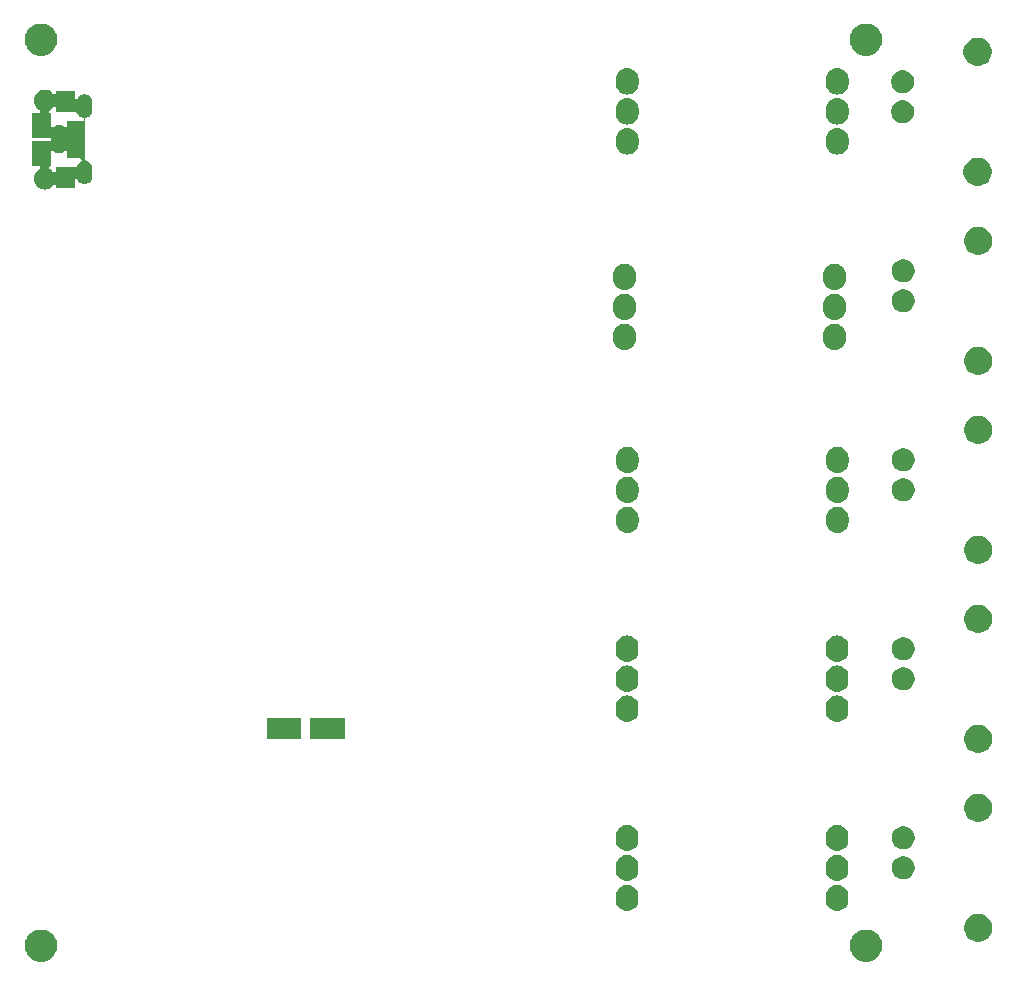
<source format=gbr>
G04 #@! TF.GenerationSoftware,KiCad,Pcbnew,(5.0.0)*
G04 #@! TF.CreationDate,2018-12-13T17:11:31-06:00*
G04 #@! TF.ProjectId,fk-atlas,666B2D61746C61732E6B696361645F70,rev?*
G04 #@! TF.SameCoordinates,Original*
G04 #@! TF.FileFunction,Soldermask,Bot*
G04 #@! TF.FilePolarity,Negative*
%FSLAX46Y46*%
G04 Gerber Fmt 4.6, Leading zero omitted, Abs format (unit mm)*
G04 Created by KiCad (PCBNEW (5.0.0)) date 12/13/18 17:11:31*
%MOMM*%
%LPD*%
G01*
G04 APERTURE LIST*
%ADD10C,0.100000*%
G04 APERTURE END LIST*
D10*
G36*
X187724614Y-134572648D02*
X187973937Y-134675921D01*
X188198327Y-134825853D01*
X188389147Y-135016673D01*
X188539079Y-135241063D01*
X188642352Y-135490386D01*
X188695000Y-135755065D01*
X188695000Y-136024935D01*
X188642352Y-136289614D01*
X188539079Y-136538937D01*
X188389147Y-136763327D01*
X188198327Y-136954147D01*
X187973937Y-137104079D01*
X187724614Y-137207352D01*
X187459935Y-137260000D01*
X187190065Y-137260000D01*
X186925386Y-137207352D01*
X186676063Y-137104079D01*
X186451673Y-136954147D01*
X186260853Y-136763327D01*
X186110921Y-136538937D01*
X186007648Y-136289614D01*
X185955000Y-136024935D01*
X185955000Y-135755065D01*
X186007648Y-135490386D01*
X186110921Y-135241063D01*
X186260853Y-135016673D01*
X186451673Y-134825853D01*
X186676063Y-134675921D01*
X186925386Y-134572648D01*
X187190065Y-134520000D01*
X187459935Y-134520000D01*
X187724614Y-134572648D01*
X187724614Y-134572648D01*
G37*
G36*
X117874614Y-134572648D02*
X118123937Y-134675921D01*
X118348327Y-134825853D01*
X118539147Y-135016673D01*
X118689079Y-135241063D01*
X118792352Y-135490386D01*
X118845000Y-135755065D01*
X118845000Y-136024935D01*
X118792352Y-136289614D01*
X118689079Y-136538937D01*
X118539147Y-136763327D01*
X118348327Y-136954147D01*
X118123937Y-137104079D01*
X117874614Y-137207352D01*
X117609935Y-137260000D01*
X117340065Y-137260000D01*
X117075386Y-137207352D01*
X116826063Y-137104079D01*
X116601673Y-136954147D01*
X116410853Y-136763327D01*
X116260921Y-136538937D01*
X116157648Y-136289614D01*
X116105000Y-136024935D01*
X116105000Y-135755065D01*
X116157648Y-135490386D01*
X116260921Y-135241063D01*
X116410853Y-135016673D01*
X116601673Y-134825853D01*
X116826063Y-134675921D01*
X117075386Y-134572648D01*
X117340065Y-134520000D01*
X117609935Y-134520000D01*
X117874614Y-134572648D01*
X117874614Y-134572648D01*
G37*
G36*
X197184026Y-133212115D02*
X197402412Y-133302573D01*
X197598958Y-133433901D01*
X197766099Y-133601042D01*
X197897427Y-133797588D01*
X197987885Y-134015974D01*
X198034000Y-134247809D01*
X198034000Y-134484191D01*
X197987885Y-134716026D01*
X197897427Y-134934412D01*
X197766099Y-135130958D01*
X197598958Y-135298099D01*
X197402412Y-135429427D01*
X197184026Y-135519885D01*
X196952191Y-135566000D01*
X196715809Y-135566000D01*
X196483974Y-135519885D01*
X196265588Y-135429427D01*
X196069042Y-135298099D01*
X195901901Y-135130958D01*
X195770573Y-134934412D01*
X195680115Y-134716026D01*
X195634000Y-134484191D01*
X195634000Y-134247809D01*
X195680115Y-134015974D01*
X195770573Y-133797588D01*
X195901901Y-133601042D01*
X196069042Y-133433901D01*
X196265588Y-133302573D01*
X196483974Y-133212115D01*
X196715809Y-133166000D01*
X196952191Y-133166000D01*
X197184026Y-133212115D01*
X197184026Y-133212115D01*
G37*
G36*
X167284019Y-130731930D02*
X167465657Y-130787030D01*
X167633058Y-130876507D01*
X167779785Y-130996923D01*
X167900199Y-131143648D01*
X167989678Y-131311052D01*
X168044778Y-131492688D01*
X168058720Y-131634250D01*
X168058720Y-132033725D01*
X168044778Y-132175287D01*
X167989678Y-132356925D01*
X167900201Y-132524326D01*
X167779785Y-132671053D01*
X167633060Y-132791467D01*
X167465656Y-132880946D01*
X167284020Y-132936046D01*
X167095120Y-132954650D01*
X166906221Y-132936046D01*
X166724585Y-132880946D01*
X166557181Y-132791467D01*
X166410456Y-132671053D01*
X166290041Y-132524327D01*
X166200562Y-132356924D01*
X166145462Y-132175288D01*
X166131520Y-132033726D01*
X166131520Y-131634251D01*
X166145462Y-131492689D01*
X166200562Y-131311051D01*
X166290039Y-131143650D01*
X166410455Y-130996923D01*
X166557180Y-130876509D01*
X166724584Y-130787030D01*
X166906220Y-130731930D01*
X167095120Y-130713326D01*
X167284019Y-130731930D01*
X167284019Y-130731930D01*
G37*
G36*
X185064019Y-130731930D02*
X185245657Y-130787030D01*
X185413058Y-130876507D01*
X185559785Y-130996923D01*
X185680199Y-131143648D01*
X185769678Y-131311052D01*
X185824778Y-131492688D01*
X185838720Y-131634250D01*
X185838720Y-132033725D01*
X185824778Y-132175287D01*
X185769678Y-132356925D01*
X185680201Y-132524326D01*
X185559785Y-132671053D01*
X185413060Y-132791467D01*
X185245656Y-132880946D01*
X185064020Y-132936046D01*
X184875120Y-132954650D01*
X184686221Y-132936046D01*
X184504585Y-132880946D01*
X184337181Y-132791467D01*
X184190456Y-132671053D01*
X184070041Y-132524327D01*
X183980562Y-132356924D01*
X183925462Y-132175288D01*
X183911520Y-132033726D01*
X183911520Y-131634251D01*
X183925462Y-131492689D01*
X183980562Y-131311051D01*
X184070039Y-131143650D01*
X184190455Y-130996923D01*
X184337180Y-130876509D01*
X184504584Y-130787030D01*
X184686220Y-130731930D01*
X184875120Y-130713326D01*
X185064019Y-130731930D01*
X185064019Y-130731930D01*
G37*
G36*
X185064019Y-128191930D02*
X185245657Y-128247030D01*
X185413058Y-128336507D01*
X185559785Y-128456923D01*
X185680199Y-128603648D01*
X185769678Y-128771052D01*
X185824778Y-128952688D01*
X185838720Y-129094250D01*
X185838720Y-129493725D01*
X185824778Y-129635287D01*
X185769678Y-129816925D01*
X185680201Y-129984326D01*
X185559785Y-130131053D01*
X185413060Y-130251467D01*
X185245656Y-130340946D01*
X185064020Y-130396046D01*
X184875120Y-130414650D01*
X184686221Y-130396046D01*
X184504585Y-130340946D01*
X184337181Y-130251467D01*
X184190456Y-130131053D01*
X184070041Y-129984327D01*
X184025106Y-129900259D01*
X183980563Y-129816926D01*
X183980562Y-129816924D01*
X183925462Y-129635288D01*
X183911520Y-129493726D01*
X183911520Y-129094251D01*
X183925462Y-128952689D01*
X183980562Y-128771051D01*
X184070039Y-128603650D01*
X184190455Y-128456923D01*
X184337180Y-128336509D01*
X184504584Y-128247030D01*
X184686220Y-128191930D01*
X184875120Y-128173326D01*
X185064019Y-128191930D01*
X185064019Y-128191930D01*
G37*
G36*
X167284019Y-128191930D02*
X167465657Y-128247030D01*
X167633058Y-128336507D01*
X167779785Y-128456923D01*
X167900199Y-128603648D01*
X167989678Y-128771052D01*
X168044778Y-128952688D01*
X168058720Y-129094250D01*
X168058720Y-129493725D01*
X168044778Y-129635287D01*
X167989678Y-129816925D01*
X167900201Y-129984326D01*
X167779785Y-130131053D01*
X167633060Y-130251467D01*
X167465656Y-130340946D01*
X167284020Y-130396046D01*
X167095120Y-130414650D01*
X166906221Y-130396046D01*
X166724585Y-130340946D01*
X166557181Y-130251467D01*
X166410456Y-130131053D01*
X166290041Y-129984327D01*
X166245106Y-129900259D01*
X166200563Y-129816926D01*
X166200562Y-129816924D01*
X166145462Y-129635288D01*
X166131520Y-129493726D01*
X166131520Y-129094251D01*
X166145462Y-128952689D01*
X166200562Y-128771051D01*
X166290039Y-128603650D01*
X166410455Y-128456923D01*
X166557180Y-128336509D01*
X166724584Y-128247030D01*
X166906220Y-128191930D01*
X167095120Y-128173326D01*
X167284019Y-128191930D01*
X167284019Y-128191930D01*
G37*
G36*
X190765072Y-128359431D02*
X190940435Y-128432068D01*
X191098262Y-128537525D01*
X191232475Y-128671738D01*
X191337932Y-128829565D01*
X191410569Y-129004928D01*
X191447600Y-129191094D01*
X191447600Y-129380906D01*
X191410569Y-129567072D01*
X191337932Y-129742435D01*
X191232475Y-129900262D01*
X191098262Y-130034475D01*
X190940435Y-130139932D01*
X190765072Y-130212569D01*
X190578906Y-130249600D01*
X190389094Y-130249600D01*
X190202928Y-130212569D01*
X190027565Y-130139932D01*
X189869738Y-130034475D01*
X189735525Y-129900262D01*
X189630068Y-129742435D01*
X189557431Y-129567072D01*
X189520400Y-129380906D01*
X189520400Y-129191094D01*
X189557431Y-129004928D01*
X189630068Y-128829565D01*
X189735525Y-128671738D01*
X189869738Y-128537525D01*
X190027565Y-128432068D01*
X190202928Y-128359431D01*
X190389094Y-128322400D01*
X190578906Y-128322400D01*
X190765072Y-128359431D01*
X190765072Y-128359431D01*
G37*
G36*
X185064019Y-125651930D02*
X185245657Y-125707030D01*
X185413058Y-125796507D01*
X185559785Y-125916923D01*
X185680199Y-126063648D01*
X185769678Y-126231052D01*
X185824778Y-126412688D01*
X185838720Y-126554250D01*
X185838720Y-126953725D01*
X185824778Y-127095287D01*
X185769678Y-127276925D01*
X185680201Y-127444326D01*
X185559785Y-127591053D01*
X185413060Y-127711467D01*
X185245656Y-127800946D01*
X185064020Y-127856046D01*
X184875120Y-127874650D01*
X184686221Y-127856046D01*
X184504585Y-127800946D01*
X184337181Y-127711467D01*
X184190456Y-127591053D01*
X184070041Y-127444327D01*
X184025106Y-127360259D01*
X183980563Y-127276926D01*
X183980562Y-127276924D01*
X183925462Y-127095288D01*
X183911520Y-126953726D01*
X183911520Y-126554251D01*
X183925462Y-126412689D01*
X183980562Y-126231051D01*
X184070039Y-126063650D01*
X184190455Y-125916923D01*
X184337180Y-125796509D01*
X184504584Y-125707030D01*
X184686220Y-125651930D01*
X184875120Y-125633326D01*
X185064019Y-125651930D01*
X185064019Y-125651930D01*
G37*
G36*
X167284019Y-125651930D02*
X167465657Y-125707030D01*
X167633058Y-125796507D01*
X167779785Y-125916923D01*
X167900199Y-126063648D01*
X167989678Y-126231052D01*
X168044778Y-126412688D01*
X168058720Y-126554250D01*
X168058720Y-126953725D01*
X168044778Y-127095287D01*
X167989678Y-127276925D01*
X167900201Y-127444326D01*
X167779785Y-127591053D01*
X167633060Y-127711467D01*
X167465656Y-127800946D01*
X167284020Y-127856046D01*
X167095120Y-127874650D01*
X166906221Y-127856046D01*
X166724585Y-127800946D01*
X166557181Y-127711467D01*
X166410456Y-127591053D01*
X166290041Y-127444327D01*
X166245106Y-127360259D01*
X166200563Y-127276926D01*
X166200562Y-127276924D01*
X166145462Y-127095288D01*
X166131520Y-126953726D01*
X166131520Y-126554251D01*
X166145462Y-126412689D01*
X166200562Y-126231051D01*
X166290039Y-126063650D01*
X166410455Y-125916923D01*
X166557180Y-125796509D01*
X166724584Y-125707030D01*
X166906220Y-125651930D01*
X167095120Y-125633326D01*
X167284019Y-125651930D01*
X167284019Y-125651930D01*
G37*
G36*
X190765072Y-125819431D02*
X190940435Y-125892068D01*
X191098262Y-125997525D01*
X191232475Y-126131738D01*
X191337932Y-126289565D01*
X191410569Y-126464928D01*
X191447600Y-126651094D01*
X191447600Y-126840906D01*
X191410569Y-127027072D01*
X191337932Y-127202435D01*
X191232475Y-127360262D01*
X191098262Y-127494475D01*
X190940435Y-127599932D01*
X190765072Y-127672569D01*
X190578906Y-127709600D01*
X190389094Y-127709600D01*
X190202928Y-127672569D01*
X190027565Y-127599932D01*
X189869738Y-127494475D01*
X189735525Y-127360262D01*
X189630068Y-127202435D01*
X189557431Y-127027072D01*
X189520400Y-126840906D01*
X189520400Y-126651094D01*
X189557431Y-126464928D01*
X189630068Y-126289565D01*
X189735525Y-126131738D01*
X189869738Y-125997525D01*
X190027565Y-125892068D01*
X190202928Y-125819431D01*
X190389094Y-125782400D01*
X190578906Y-125782400D01*
X190765072Y-125819431D01*
X190765072Y-125819431D01*
G37*
G36*
X197184026Y-123052115D02*
X197402412Y-123142573D01*
X197598958Y-123273901D01*
X197766099Y-123441042D01*
X197897427Y-123637588D01*
X197987885Y-123855974D01*
X198034000Y-124087809D01*
X198034000Y-124324191D01*
X197987885Y-124556026D01*
X197897427Y-124774412D01*
X197766099Y-124970958D01*
X197598958Y-125138099D01*
X197402412Y-125269427D01*
X197184026Y-125359885D01*
X196952191Y-125406000D01*
X196715809Y-125406000D01*
X196483974Y-125359885D01*
X196265588Y-125269427D01*
X196069042Y-125138099D01*
X195901901Y-124970958D01*
X195770573Y-124774412D01*
X195680115Y-124556026D01*
X195634000Y-124324191D01*
X195634000Y-124087809D01*
X195680115Y-123855974D01*
X195770573Y-123637588D01*
X195901901Y-123441042D01*
X196069042Y-123273901D01*
X196265588Y-123142573D01*
X196483974Y-123052115D01*
X196715809Y-123006000D01*
X196952191Y-123006000D01*
X197184026Y-123052115D01*
X197184026Y-123052115D01*
G37*
G36*
X197184026Y-117210115D02*
X197402412Y-117300573D01*
X197598958Y-117431901D01*
X197766099Y-117599042D01*
X197897427Y-117795588D01*
X197987885Y-118013974D01*
X198034000Y-118245809D01*
X198034000Y-118482191D01*
X197987885Y-118714026D01*
X197897427Y-118932412D01*
X197766099Y-119128958D01*
X197598958Y-119296099D01*
X197402412Y-119427427D01*
X197184026Y-119517885D01*
X196952191Y-119564000D01*
X196715809Y-119564000D01*
X196483974Y-119517885D01*
X196265588Y-119427427D01*
X196069042Y-119296099D01*
X195901901Y-119128958D01*
X195770573Y-118932412D01*
X195680115Y-118714026D01*
X195634000Y-118482191D01*
X195634000Y-118245809D01*
X195680115Y-118013974D01*
X195770573Y-117795588D01*
X195901901Y-117599042D01*
X196069042Y-117431901D01*
X196265588Y-117300573D01*
X196483974Y-117210115D01*
X196715809Y-117164000D01*
X196952191Y-117164000D01*
X197184026Y-117210115D01*
X197184026Y-117210115D01*
G37*
G36*
X143178200Y-118375100D02*
X140285800Y-118375100D01*
X140285800Y-116574900D01*
X143178200Y-116574900D01*
X143178200Y-118375100D01*
X143178200Y-118375100D01*
G37*
G36*
X139495200Y-118375100D02*
X136602800Y-118375100D01*
X136602800Y-116574900D01*
X139495200Y-116574900D01*
X139495200Y-118375100D01*
X139495200Y-118375100D01*
G37*
G36*
X167284019Y-114714430D02*
X167465657Y-114769530D01*
X167633058Y-114859007D01*
X167779785Y-114979423D01*
X167900199Y-115126148D01*
X167989678Y-115293552D01*
X168044778Y-115475188D01*
X168058720Y-115616750D01*
X168058720Y-116016225D01*
X168044778Y-116157787D01*
X167989678Y-116339425D01*
X167900201Y-116506826D01*
X167779785Y-116653553D01*
X167633060Y-116773967D01*
X167465656Y-116863446D01*
X167284020Y-116918546D01*
X167095120Y-116937150D01*
X166906221Y-116918546D01*
X166724585Y-116863446D01*
X166557181Y-116773967D01*
X166410456Y-116653553D01*
X166290041Y-116506827D01*
X166200562Y-116339424D01*
X166145462Y-116157788D01*
X166131520Y-116016226D01*
X166131520Y-115616751D01*
X166145462Y-115475189D01*
X166200562Y-115293551D01*
X166290039Y-115126150D01*
X166410455Y-114979423D01*
X166557180Y-114859009D01*
X166724584Y-114769530D01*
X166906220Y-114714430D01*
X167095120Y-114695826D01*
X167284019Y-114714430D01*
X167284019Y-114714430D01*
G37*
G36*
X185064019Y-114714430D02*
X185245657Y-114769530D01*
X185413058Y-114859007D01*
X185559785Y-114979423D01*
X185680199Y-115126148D01*
X185769678Y-115293552D01*
X185824778Y-115475188D01*
X185838720Y-115616750D01*
X185838720Y-116016225D01*
X185824778Y-116157787D01*
X185769678Y-116339425D01*
X185680201Y-116506826D01*
X185559785Y-116653553D01*
X185413060Y-116773967D01*
X185245656Y-116863446D01*
X185064020Y-116918546D01*
X184875120Y-116937150D01*
X184686221Y-116918546D01*
X184504585Y-116863446D01*
X184337181Y-116773967D01*
X184190456Y-116653553D01*
X184070041Y-116506827D01*
X183980562Y-116339424D01*
X183925462Y-116157788D01*
X183911520Y-116016226D01*
X183911520Y-115616751D01*
X183925462Y-115475189D01*
X183980562Y-115293551D01*
X184070039Y-115126150D01*
X184190455Y-114979423D01*
X184337180Y-114859009D01*
X184504584Y-114769530D01*
X184686220Y-114714430D01*
X184875120Y-114695826D01*
X185064019Y-114714430D01*
X185064019Y-114714430D01*
G37*
G36*
X185064019Y-112174430D02*
X185245657Y-112229530D01*
X185413058Y-112319007D01*
X185559785Y-112439423D01*
X185680199Y-112586148D01*
X185769678Y-112753552D01*
X185824778Y-112935188D01*
X185838720Y-113076750D01*
X185838720Y-113476225D01*
X185824778Y-113617787D01*
X185769678Y-113799425D01*
X185680201Y-113966826D01*
X185559785Y-114113553D01*
X185413060Y-114233967D01*
X185245656Y-114323446D01*
X185064020Y-114378546D01*
X184875120Y-114397150D01*
X184686221Y-114378546D01*
X184504585Y-114323446D01*
X184337181Y-114233967D01*
X184190456Y-114113553D01*
X184070041Y-113966827D01*
X184033391Y-113898259D01*
X183980563Y-113799426D01*
X183962668Y-113740436D01*
X183925462Y-113617788D01*
X183911520Y-113476226D01*
X183911520Y-113076751D01*
X183925462Y-112935189D01*
X183980562Y-112753551D01*
X184070039Y-112586150D01*
X184190455Y-112439423D01*
X184337180Y-112319009D01*
X184504584Y-112229530D01*
X184686220Y-112174430D01*
X184875120Y-112155826D01*
X185064019Y-112174430D01*
X185064019Y-112174430D01*
G37*
G36*
X167284019Y-112174430D02*
X167465657Y-112229530D01*
X167633058Y-112319007D01*
X167779785Y-112439423D01*
X167900199Y-112586148D01*
X167989678Y-112753552D01*
X168044778Y-112935188D01*
X168058720Y-113076750D01*
X168058720Y-113476225D01*
X168044778Y-113617787D01*
X167989678Y-113799425D01*
X167900201Y-113966826D01*
X167779785Y-114113553D01*
X167633060Y-114233967D01*
X167465656Y-114323446D01*
X167284020Y-114378546D01*
X167095120Y-114397150D01*
X166906221Y-114378546D01*
X166724585Y-114323446D01*
X166557181Y-114233967D01*
X166410456Y-114113553D01*
X166290041Y-113966827D01*
X166253391Y-113898259D01*
X166200563Y-113799426D01*
X166182668Y-113740436D01*
X166145462Y-113617788D01*
X166131520Y-113476226D01*
X166131520Y-113076751D01*
X166145462Y-112935189D01*
X166200562Y-112753551D01*
X166290039Y-112586150D01*
X166410455Y-112439423D01*
X166557180Y-112319009D01*
X166724584Y-112229530D01*
X166906220Y-112174430D01*
X167095120Y-112155826D01*
X167284019Y-112174430D01*
X167284019Y-112174430D01*
G37*
G36*
X190765072Y-112357431D02*
X190940435Y-112430068D01*
X191098262Y-112535525D01*
X191232475Y-112669738D01*
X191337932Y-112827565D01*
X191410569Y-113002928D01*
X191447600Y-113189094D01*
X191447600Y-113378906D01*
X191410569Y-113565072D01*
X191337932Y-113740435D01*
X191232475Y-113898262D01*
X191098262Y-114032475D01*
X190940435Y-114137932D01*
X190765072Y-114210569D01*
X190578906Y-114247600D01*
X190389094Y-114247600D01*
X190202928Y-114210569D01*
X190027565Y-114137932D01*
X189869738Y-114032475D01*
X189735525Y-113898262D01*
X189630068Y-113740435D01*
X189557431Y-113565072D01*
X189520400Y-113378906D01*
X189520400Y-113189094D01*
X189557431Y-113002928D01*
X189630068Y-112827565D01*
X189735525Y-112669738D01*
X189869738Y-112535525D01*
X190027565Y-112430068D01*
X190202928Y-112357431D01*
X190389094Y-112320400D01*
X190578906Y-112320400D01*
X190765072Y-112357431D01*
X190765072Y-112357431D01*
G37*
G36*
X167284019Y-109634430D02*
X167465657Y-109689530D01*
X167633058Y-109779007D01*
X167779785Y-109899423D01*
X167900199Y-110046148D01*
X167989678Y-110213552D01*
X168044778Y-110395188D01*
X168058720Y-110536750D01*
X168058720Y-110936225D01*
X168044778Y-111077787D01*
X167989678Y-111259425D01*
X167900201Y-111426826D01*
X167779785Y-111573553D01*
X167633060Y-111693967D01*
X167465656Y-111783446D01*
X167284020Y-111838546D01*
X167095120Y-111857150D01*
X166906221Y-111838546D01*
X166724585Y-111783446D01*
X166557181Y-111693967D01*
X166410456Y-111573553D01*
X166290041Y-111426827D01*
X166253391Y-111358259D01*
X166200563Y-111259426D01*
X166182668Y-111200436D01*
X166145462Y-111077788D01*
X166131520Y-110936226D01*
X166131520Y-110536751D01*
X166145462Y-110395189D01*
X166200562Y-110213551D01*
X166290039Y-110046150D01*
X166410455Y-109899423D01*
X166557180Y-109779009D01*
X166724584Y-109689530D01*
X166906220Y-109634430D01*
X167095120Y-109615826D01*
X167284019Y-109634430D01*
X167284019Y-109634430D01*
G37*
G36*
X185064019Y-109634430D02*
X185245657Y-109689530D01*
X185413058Y-109779007D01*
X185559785Y-109899423D01*
X185680199Y-110046148D01*
X185769678Y-110213552D01*
X185824778Y-110395188D01*
X185838720Y-110536750D01*
X185838720Y-110936225D01*
X185824778Y-111077787D01*
X185769678Y-111259425D01*
X185680201Y-111426826D01*
X185559785Y-111573553D01*
X185413060Y-111693967D01*
X185245656Y-111783446D01*
X185064020Y-111838546D01*
X184875120Y-111857150D01*
X184686221Y-111838546D01*
X184504585Y-111783446D01*
X184337181Y-111693967D01*
X184190456Y-111573553D01*
X184070041Y-111426827D01*
X184033391Y-111358259D01*
X183980563Y-111259426D01*
X183962668Y-111200436D01*
X183925462Y-111077788D01*
X183911520Y-110936226D01*
X183911520Y-110536751D01*
X183925462Y-110395189D01*
X183980562Y-110213551D01*
X184070039Y-110046150D01*
X184190455Y-109899423D01*
X184337180Y-109779009D01*
X184504584Y-109689530D01*
X184686220Y-109634430D01*
X184875120Y-109615826D01*
X185064019Y-109634430D01*
X185064019Y-109634430D01*
G37*
G36*
X190765072Y-109817431D02*
X190940435Y-109890068D01*
X191098262Y-109995525D01*
X191232475Y-110129738D01*
X191337932Y-110287565D01*
X191410569Y-110462928D01*
X191447600Y-110649094D01*
X191447600Y-110838906D01*
X191410569Y-111025072D01*
X191337932Y-111200435D01*
X191232475Y-111358262D01*
X191098262Y-111492475D01*
X190940435Y-111597932D01*
X190765072Y-111670569D01*
X190578906Y-111707600D01*
X190389094Y-111707600D01*
X190202928Y-111670569D01*
X190027565Y-111597932D01*
X189869738Y-111492475D01*
X189735525Y-111358262D01*
X189630068Y-111200435D01*
X189557431Y-111025072D01*
X189520400Y-110838906D01*
X189520400Y-110649094D01*
X189557431Y-110462928D01*
X189630068Y-110287565D01*
X189735525Y-110129738D01*
X189869738Y-109995525D01*
X190027565Y-109890068D01*
X190202928Y-109817431D01*
X190389094Y-109780400D01*
X190578906Y-109780400D01*
X190765072Y-109817431D01*
X190765072Y-109817431D01*
G37*
G36*
X197184026Y-107050115D02*
X197402412Y-107140573D01*
X197598958Y-107271901D01*
X197766099Y-107439042D01*
X197897427Y-107635588D01*
X197987885Y-107853974D01*
X198034000Y-108085809D01*
X198034000Y-108322191D01*
X197987885Y-108554026D01*
X197897427Y-108772412D01*
X197766099Y-108968958D01*
X197598958Y-109136099D01*
X197402412Y-109267427D01*
X197184026Y-109357885D01*
X196952191Y-109404000D01*
X196715809Y-109404000D01*
X196483974Y-109357885D01*
X196265588Y-109267427D01*
X196069042Y-109136099D01*
X195901901Y-108968958D01*
X195770573Y-108772412D01*
X195680115Y-108554026D01*
X195634000Y-108322191D01*
X195634000Y-108085809D01*
X195680115Y-107853974D01*
X195770573Y-107635588D01*
X195901901Y-107439042D01*
X196069042Y-107271901D01*
X196265588Y-107140573D01*
X196483974Y-107050115D01*
X196715809Y-107004000D01*
X196952191Y-107004000D01*
X197184026Y-107050115D01*
X197184026Y-107050115D01*
G37*
G36*
X197184026Y-101204115D02*
X197402412Y-101294573D01*
X197598958Y-101425901D01*
X197766099Y-101593042D01*
X197897427Y-101789588D01*
X197987885Y-102007974D01*
X198034000Y-102239809D01*
X198034000Y-102476191D01*
X197987885Y-102708026D01*
X197897427Y-102926412D01*
X197766099Y-103122958D01*
X197598958Y-103290099D01*
X197402412Y-103421427D01*
X197184026Y-103511885D01*
X196952191Y-103558000D01*
X196715809Y-103558000D01*
X196483974Y-103511885D01*
X196265588Y-103421427D01*
X196069042Y-103290099D01*
X195901901Y-103122958D01*
X195770573Y-102926412D01*
X195680115Y-102708026D01*
X195634000Y-102476191D01*
X195634000Y-102239809D01*
X195680115Y-102007974D01*
X195770573Y-101789588D01*
X195901901Y-101593042D01*
X196069042Y-101425901D01*
X196265588Y-101294573D01*
X196483974Y-101204115D01*
X196715809Y-101158000D01*
X196952191Y-101158000D01*
X197184026Y-101204115D01*
X197184026Y-101204115D01*
G37*
G36*
X185069619Y-98727930D02*
X185251257Y-98783030D01*
X185418658Y-98872507D01*
X185565385Y-98992923D01*
X185685799Y-99139648D01*
X185775278Y-99307052D01*
X185830378Y-99488688D01*
X185844320Y-99630250D01*
X185844320Y-100029725D01*
X185830378Y-100171287D01*
X185775278Y-100352925D01*
X185685801Y-100520326D01*
X185565385Y-100667053D01*
X185418660Y-100787467D01*
X185251256Y-100876946D01*
X185069620Y-100932046D01*
X184880720Y-100950650D01*
X184691821Y-100932046D01*
X184510185Y-100876946D01*
X184342781Y-100787467D01*
X184196056Y-100667053D01*
X184075641Y-100520327D01*
X183986162Y-100352924D01*
X183931062Y-100171288D01*
X183917120Y-100029726D01*
X183917120Y-99630251D01*
X183931062Y-99488689D01*
X183986162Y-99307051D01*
X184075639Y-99139650D01*
X184196055Y-98992923D01*
X184342780Y-98872509D01*
X184510184Y-98783030D01*
X184691820Y-98727930D01*
X184880720Y-98709326D01*
X185069619Y-98727930D01*
X185069619Y-98727930D01*
G37*
G36*
X167289619Y-98727930D02*
X167471257Y-98783030D01*
X167638658Y-98872507D01*
X167785385Y-98992923D01*
X167905799Y-99139648D01*
X167995278Y-99307052D01*
X168050378Y-99488688D01*
X168064320Y-99630250D01*
X168064320Y-100029725D01*
X168050378Y-100171287D01*
X167995278Y-100352925D01*
X167905801Y-100520326D01*
X167785385Y-100667053D01*
X167638660Y-100787467D01*
X167471256Y-100876946D01*
X167289620Y-100932046D01*
X167100720Y-100950650D01*
X166911821Y-100932046D01*
X166730185Y-100876946D01*
X166562781Y-100787467D01*
X166416056Y-100667053D01*
X166295641Y-100520327D01*
X166206162Y-100352924D01*
X166151062Y-100171288D01*
X166137120Y-100029726D01*
X166137120Y-99630251D01*
X166151062Y-99488689D01*
X166206162Y-99307051D01*
X166295639Y-99139650D01*
X166416055Y-98992923D01*
X166562780Y-98872509D01*
X166730184Y-98783030D01*
X166911820Y-98727930D01*
X167100720Y-98709326D01*
X167289619Y-98727930D01*
X167289619Y-98727930D01*
G37*
G36*
X167289619Y-96187930D02*
X167471257Y-96243030D01*
X167638658Y-96332507D01*
X167785385Y-96452923D01*
X167905799Y-96599648D01*
X167995278Y-96767052D01*
X168050378Y-96948688D01*
X168064320Y-97090250D01*
X168064320Y-97489725D01*
X168050378Y-97631287D01*
X167995278Y-97812925D01*
X167905801Y-97980326D01*
X167785385Y-98127053D01*
X167638660Y-98247467D01*
X167471256Y-98336946D01*
X167289620Y-98392046D01*
X167100720Y-98410650D01*
X166911821Y-98392046D01*
X166730185Y-98336946D01*
X166562781Y-98247467D01*
X166416056Y-98127053D01*
X166295641Y-97980327D01*
X166248568Y-97892259D01*
X166206163Y-97812926D01*
X166206162Y-97812924D01*
X166151062Y-97631288D01*
X166137120Y-97489726D01*
X166137120Y-97090251D01*
X166151062Y-96948689D01*
X166206162Y-96767051D01*
X166295639Y-96599650D01*
X166416055Y-96452923D01*
X166562780Y-96332509D01*
X166730184Y-96243030D01*
X166911820Y-96187930D01*
X167100720Y-96169326D01*
X167289619Y-96187930D01*
X167289619Y-96187930D01*
G37*
G36*
X185069619Y-96187930D02*
X185251257Y-96243030D01*
X185418658Y-96332507D01*
X185565385Y-96452923D01*
X185685799Y-96599648D01*
X185775278Y-96767052D01*
X185830378Y-96948688D01*
X185844320Y-97090250D01*
X185844320Y-97489725D01*
X185830378Y-97631287D01*
X185775278Y-97812925D01*
X185685801Y-97980326D01*
X185565385Y-98127053D01*
X185418660Y-98247467D01*
X185251256Y-98336946D01*
X185069620Y-98392046D01*
X184880720Y-98410650D01*
X184691821Y-98392046D01*
X184510185Y-98336946D01*
X184342781Y-98247467D01*
X184196056Y-98127053D01*
X184075641Y-97980327D01*
X184028568Y-97892259D01*
X183986163Y-97812926D01*
X183986162Y-97812924D01*
X183931062Y-97631288D01*
X183917120Y-97489726D01*
X183917120Y-97090251D01*
X183931062Y-96948689D01*
X183986162Y-96767051D01*
X184075639Y-96599650D01*
X184196055Y-96452923D01*
X184342780Y-96332509D01*
X184510184Y-96243030D01*
X184691820Y-96187930D01*
X184880720Y-96169326D01*
X185069619Y-96187930D01*
X185069619Y-96187930D01*
G37*
G36*
X190765072Y-96351431D02*
X190940435Y-96424068D01*
X191098262Y-96529525D01*
X191232475Y-96663738D01*
X191337932Y-96821565D01*
X191410569Y-96996928D01*
X191447600Y-97183094D01*
X191447600Y-97372906D01*
X191410569Y-97559072D01*
X191337932Y-97734435D01*
X191232475Y-97892262D01*
X191098262Y-98026475D01*
X190940435Y-98131932D01*
X190765072Y-98204569D01*
X190578906Y-98241600D01*
X190389094Y-98241600D01*
X190202928Y-98204569D01*
X190027565Y-98131932D01*
X189869738Y-98026475D01*
X189735525Y-97892262D01*
X189630068Y-97734435D01*
X189557431Y-97559072D01*
X189520400Y-97372906D01*
X189520400Y-97183094D01*
X189557431Y-96996928D01*
X189630068Y-96821565D01*
X189735525Y-96663738D01*
X189869738Y-96529525D01*
X190027565Y-96424068D01*
X190202928Y-96351431D01*
X190389094Y-96314400D01*
X190578906Y-96314400D01*
X190765072Y-96351431D01*
X190765072Y-96351431D01*
G37*
G36*
X185069619Y-93647930D02*
X185251257Y-93703030D01*
X185418658Y-93792507D01*
X185565385Y-93912923D01*
X185685799Y-94059648D01*
X185775278Y-94227052D01*
X185830378Y-94408688D01*
X185844320Y-94550250D01*
X185844320Y-94949725D01*
X185830378Y-95091287D01*
X185775278Y-95272925D01*
X185685801Y-95440326D01*
X185565385Y-95587053D01*
X185418660Y-95707467D01*
X185251256Y-95796946D01*
X185069620Y-95852046D01*
X184880720Y-95870650D01*
X184691821Y-95852046D01*
X184510185Y-95796946D01*
X184342781Y-95707467D01*
X184196056Y-95587053D01*
X184075641Y-95440327D01*
X184028568Y-95352259D01*
X183986163Y-95272926D01*
X183986162Y-95272924D01*
X183931062Y-95091288D01*
X183917120Y-94949726D01*
X183917120Y-94550251D01*
X183931062Y-94408689D01*
X183986162Y-94227051D01*
X184075639Y-94059650D01*
X184196055Y-93912923D01*
X184342780Y-93792509D01*
X184510184Y-93703030D01*
X184691820Y-93647930D01*
X184880720Y-93629326D01*
X185069619Y-93647930D01*
X185069619Y-93647930D01*
G37*
G36*
X167289619Y-93647930D02*
X167471257Y-93703030D01*
X167638658Y-93792507D01*
X167785385Y-93912923D01*
X167905799Y-94059648D01*
X167995278Y-94227052D01*
X168050378Y-94408688D01*
X168064320Y-94550250D01*
X168064320Y-94949725D01*
X168050378Y-95091287D01*
X167995278Y-95272925D01*
X167905801Y-95440326D01*
X167785385Y-95587053D01*
X167638660Y-95707467D01*
X167471256Y-95796946D01*
X167289620Y-95852046D01*
X167100720Y-95870650D01*
X166911821Y-95852046D01*
X166730185Y-95796946D01*
X166562781Y-95707467D01*
X166416056Y-95587053D01*
X166295641Y-95440327D01*
X166248568Y-95352259D01*
X166206163Y-95272926D01*
X166206162Y-95272924D01*
X166151062Y-95091288D01*
X166137120Y-94949726D01*
X166137120Y-94550251D01*
X166151062Y-94408689D01*
X166206162Y-94227051D01*
X166295639Y-94059650D01*
X166416055Y-93912923D01*
X166562780Y-93792509D01*
X166730184Y-93703030D01*
X166911820Y-93647930D01*
X167100720Y-93629326D01*
X167289619Y-93647930D01*
X167289619Y-93647930D01*
G37*
G36*
X190765072Y-93811431D02*
X190940435Y-93884068D01*
X191098262Y-93989525D01*
X191232475Y-94123738D01*
X191337932Y-94281565D01*
X191410569Y-94456928D01*
X191447600Y-94643094D01*
X191447600Y-94832906D01*
X191410569Y-95019072D01*
X191337932Y-95194435D01*
X191232475Y-95352262D01*
X191098262Y-95486475D01*
X190940435Y-95591932D01*
X190765072Y-95664569D01*
X190578906Y-95701600D01*
X190389094Y-95701600D01*
X190202928Y-95664569D01*
X190027565Y-95591932D01*
X189869738Y-95486475D01*
X189735525Y-95352262D01*
X189630068Y-95194435D01*
X189557431Y-95019072D01*
X189520400Y-94832906D01*
X189520400Y-94643094D01*
X189557431Y-94456928D01*
X189630068Y-94281565D01*
X189735525Y-94123738D01*
X189869738Y-93989525D01*
X190027565Y-93884068D01*
X190202928Y-93811431D01*
X190389094Y-93774400D01*
X190578906Y-93774400D01*
X190765072Y-93811431D01*
X190765072Y-93811431D01*
G37*
G36*
X197184026Y-91044115D02*
X197402412Y-91134573D01*
X197598958Y-91265901D01*
X197766099Y-91433042D01*
X197897427Y-91629588D01*
X197987885Y-91847974D01*
X198034000Y-92079809D01*
X198034000Y-92316191D01*
X197987885Y-92548026D01*
X197897427Y-92766412D01*
X197766099Y-92962958D01*
X197598958Y-93130099D01*
X197402412Y-93261427D01*
X197184026Y-93351885D01*
X196952191Y-93398000D01*
X196715809Y-93398000D01*
X196483974Y-93351885D01*
X196265588Y-93261427D01*
X196069042Y-93130099D01*
X195901901Y-92962958D01*
X195770573Y-92766412D01*
X195680115Y-92548026D01*
X195634000Y-92316191D01*
X195634000Y-92079809D01*
X195680115Y-91847974D01*
X195770573Y-91629588D01*
X195901901Y-91433042D01*
X196069042Y-91265901D01*
X196265588Y-91134573D01*
X196483974Y-91044115D01*
X196715809Y-90998000D01*
X196952191Y-90998000D01*
X197184026Y-91044115D01*
X197184026Y-91044115D01*
G37*
G36*
X197184026Y-85206115D02*
X197402412Y-85296573D01*
X197598958Y-85427901D01*
X197766099Y-85595042D01*
X197897427Y-85791588D01*
X197987885Y-86009974D01*
X198034000Y-86241809D01*
X198034000Y-86478191D01*
X197987885Y-86710026D01*
X197897427Y-86928412D01*
X197766099Y-87124958D01*
X197598958Y-87292099D01*
X197402412Y-87423427D01*
X197184026Y-87513885D01*
X196952191Y-87560000D01*
X196715809Y-87560000D01*
X196483974Y-87513885D01*
X196265588Y-87423427D01*
X196069042Y-87292099D01*
X195901901Y-87124958D01*
X195770573Y-86928412D01*
X195680115Y-86710026D01*
X195634000Y-86478191D01*
X195634000Y-86241809D01*
X195680115Y-86009974D01*
X195770573Y-85791588D01*
X195901901Y-85595042D01*
X196069042Y-85427901D01*
X196265588Y-85296573D01*
X196483974Y-85206115D01*
X196715809Y-85160000D01*
X196952191Y-85160000D01*
X197184026Y-85206115D01*
X197184026Y-85206115D01*
G37*
G36*
X167061019Y-83233930D02*
X167242657Y-83289030D01*
X167410058Y-83378507D01*
X167556785Y-83498923D01*
X167677199Y-83645648D01*
X167766678Y-83813052D01*
X167821778Y-83994688D01*
X167835720Y-84136250D01*
X167835720Y-84535725D01*
X167821778Y-84677287D01*
X167766678Y-84858925D01*
X167677201Y-85026326D01*
X167556785Y-85173053D01*
X167410060Y-85293467D01*
X167242656Y-85382946D01*
X167061020Y-85438046D01*
X166872120Y-85456650D01*
X166683221Y-85438046D01*
X166501585Y-85382946D01*
X166334181Y-85293467D01*
X166187456Y-85173053D01*
X166067041Y-85026327D01*
X165977562Y-84858924D01*
X165922462Y-84677288D01*
X165908520Y-84535726D01*
X165908520Y-84136251D01*
X165922462Y-83994689D01*
X165977562Y-83813051D01*
X166067039Y-83645650D01*
X166187455Y-83498923D01*
X166334180Y-83378509D01*
X166501584Y-83289030D01*
X166683220Y-83233930D01*
X166872120Y-83215326D01*
X167061019Y-83233930D01*
X167061019Y-83233930D01*
G37*
G36*
X184841019Y-83233930D02*
X185022657Y-83289030D01*
X185190058Y-83378507D01*
X185336785Y-83498923D01*
X185457199Y-83645648D01*
X185546678Y-83813052D01*
X185601778Y-83994688D01*
X185615720Y-84136250D01*
X185615720Y-84535725D01*
X185601778Y-84677287D01*
X185546678Y-84858925D01*
X185457201Y-85026326D01*
X185336785Y-85173053D01*
X185190060Y-85293467D01*
X185022656Y-85382946D01*
X184841020Y-85438046D01*
X184652120Y-85456650D01*
X184463221Y-85438046D01*
X184281585Y-85382946D01*
X184114181Y-85293467D01*
X183967456Y-85173053D01*
X183847041Y-85026327D01*
X183757562Y-84858924D01*
X183702462Y-84677288D01*
X183688520Y-84535726D01*
X183688520Y-84136251D01*
X183702462Y-83994689D01*
X183757562Y-83813051D01*
X183847039Y-83645650D01*
X183967455Y-83498923D01*
X184114180Y-83378509D01*
X184281584Y-83289030D01*
X184463220Y-83233930D01*
X184652120Y-83215326D01*
X184841019Y-83233930D01*
X184841019Y-83233930D01*
G37*
G36*
X167061019Y-80693930D02*
X167242657Y-80749030D01*
X167410058Y-80838507D01*
X167556785Y-80958923D01*
X167677199Y-81105648D01*
X167766678Y-81273052D01*
X167821778Y-81454688D01*
X167835720Y-81596250D01*
X167835720Y-81995725D01*
X167821778Y-82137287D01*
X167766678Y-82318925D01*
X167677201Y-82486326D01*
X167556785Y-82633053D01*
X167410060Y-82753467D01*
X167242656Y-82842946D01*
X167061020Y-82898046D01*
X166872120Y-82916650D01*
X166683221Y-82898046D01*
X166501585Y-82842946D01*
X166334181Y-82753467D01*
X166187456Y-82633053D01*
X166067041Y-82486327D01*
X165977562Y-82318924D01*
X165922462Y-82137288D01*
X165908520Y-81995726D01*
X165908520Y-81596251D01*
X165922462Y-81454689D01*
X165977562Y-81273051D01*
X166067039Y-81105650D01*
X166187455Y-80958923D01*
X166334180Y-80838509D01*
X166501584Y-80749030D01*
X166683220Y-80693930D01*
X166872120Y-80675326D01*
X167061019Y-80693930D01*
X167061019Y-80693930D01*
G37*
G36*
X184841019Y-80693930D02*
X185022657Y-80749030D01*
X185190058Y-80838507D01*
X185336785Y-80958923D01*
X185457199Y-81105648D01*
X185546678Y-81273052D01*
X185601778Y-81454688D01*
X185615720Y-81596250D01*
X185615720Y-81995725D01*
X185601778Y-82137287D01*
X185546678Y-82318925D01*
X185457201Y-82486326D01*
X185336785Y-82633053D01*
X185190060Y-82753467D01*
X185022656Y-82842946D01*
X184841020Y-82898046D01*
X184652120Y-82916650D01*
X184463221Y-82898046D01*
X184281585Y-82842946D01*
X184114181Y-82753467D01*
X183967456Y-82633053D01*
X183847041Y-82486327D01*
X183757562Y-82318924D01*
X183702462Y-82137288D01*
X183688520Y-81995726D01*
X183688520Y-81596251D01*
X183702462Y-81454689D01*
X183757562Y-81273051D01*
X183847039Y-81105650D01*
X183967455Y-80958923D01*
X184114180Y-80838509D01*
X184281584Y-80749030D01*
X184463220Y-80693930D01*
X184652120Y-80675326D01*
X184841019Y-80693930D01*
X184841019Y-80693930D01*
G37*
G36*
X190765072Y-80353431D02*
X190940435Y-80426068D01*
X191098262Y-80531525D01*
X191232475Y-80665738D01*
X191337932Y-80823565D01*
X191410569Y-80998928D01*
X191447600Y-81185094D01*
X191447600Y-81374906D01*
X191410569Y-81561072D01*
X191337932Y-81736435D01*
X191232475Y-81894262D01*
X191098262Y-82028475D01*
X190940435Y-82133932D01*
X190765072Y-82206569D01*
X190578906Y-82243600D01*
X190389094Y-82243600D01*
X190202928Y-82206569D01*
X190027565Y-82133932D01*
X189869738Y-82028475D01*
X189735525Y-81894262D01*
X189630068Y-81736435D01*
X189557431Y-81561072D01*
X189520400Y-81374906D01*
X189520400Y-81185094D01*
X189557431Y-80998928D01*
X189630068Y-80823565D01*
X189735525Y-80665738D01*
X189869738Y-80531525D01*
X190027565Y-80426068D01*
X190202928Y-80353431D01*
X190389094Y-80316400D01*
X190578906Y-80316400D01*
X190765072Y-80353431D01*
X190765072Y-80353431D01*
G37*
G36*
X184841019Y-78153930D02*
X185022657Y-78209030D01*
X185190058Y-78298507D01*
X185336785Y-78418923D01*
X185457199Y-78565648D01*
X185546678Y-78733052D01*
X185601778Y-78914688D01*
X185615720Y-79056250D01*
X185615720Y-79455725D01*
X185601778Y-79597287D01*
X185546678Y-79778925D01*
X185457201Y-79946326D01*
X185336785Y-80093053D01*
X185190060Y-80213467D01*
X185022656Y-80302946D01*
X184841020Y-80358046D01*
X184652120Y-80376650D01*
X184463221Y-80358046D01*
X184281585Y-80302946D01*
X184114181Y-80213467D01*
X183967456Y-80093053D01*
X183847041Y-79946327D01*
X183757562Y-79778924D01*
X183702462Y-79597288D01*
X183688520Y-79455726D01*
X183688520Y-79056251D01*
X183702462Y-78914689D01*
X183757562Y-78733051D01*
X183847039Y-78565650D01*
X183967455Y-78418923D01*
X184114180Y-78298509D01*
X184281584Y-78209030D01*
X184463220Y-78153930D01*
X184652120Y-78135326D01*
X184841019Y-78153930D01*
X184841019Y-78153930D01*
G37*
G36*
X167061019Y-78153930D02*
X167242657Y-78209030D01*
X167410058Y-78298507D01*
X167556785Y-78418923D01*
X167677199Y-78565648D01*
X167766678Y-78733052D01*
X167821778Y-78914688D01*
X167835720Y-79056250D01*
X167835720Y-79455725D01*
X167821778Y-79597287D01*
X167766678Y-79778925D01*
X167677201Y-79946326D01*
X167556785Y-80093053D01*
X167410060Y-80213467D01*
X167242656Y-80302946D01*
X167061020Y-80358046D01*
X166872120Y-80376650D01*
X166683221Y-80358046D01*
X166501585Y-80302946D01*
X166334181Y-80213467D01*
X166187456Y-80093053D01*
X166067041Y-79946327D01*
X165977562Y-79778924D01*
X165922462Y-79597288D01*
X165908520Y-79455726D01*
X165908520Y-79056251D01*
X165922462Y-78914689D01*
X165977562Y-78733051D01*
X166067039Y-78565650D01*
X166187455Y-78418923D01*
X166334180Y-78298509D01*
X166501584Y-78209030D01*
X166683220Y-78153930D01*
X166872120Y-78135326D01*
X167061019Y-78153930D01*
X167061019Y-78153930D01*
G37*
G36*
X190765072Y-77813431D02*
X190940435Y-77886068D01*
X191098262Y-77991525D01*
X191232475Y-78125738D01*
X191337932Y-78283565D01*
X191410569Y-78458928D01*
X191447600Y-78645094D01*
X191447600Y-78834906D01*
X191410569Y-79021072D01*
X191337932Y-79196435D01*
X191232475Y-79354262D01*
X191098262Y-79488475D01*
X190940435Y-79593932D01*
X190765072Y-79666569D01*
X190578906Y-79703600D01*
X190389094Y-79703600D01*
X190202928Y-79666569D01*
X190027565Y-79593932D01*
X189869738Y-79488475D01*
X189735525Y-79354262D01*
X189630068Y-79196435D01*
X189557431Y-79021072D01*
X189520400Y-78834906D01*
X189520400Y-78645094D01*
X189557431Y-78458928D01*
X189630068Y-78283565D01*
X189735525Y-78125738D01*
X189869738Y-77991525D01*
X190027565Y-77886068D01*
X190202928Y-77813431D01*
X190389094Y-77776400D01*
X190578906Y-77776400D01*
X190765072Y-77813431D01*
X190765072Y-77813431D01*
G37*
G36*
X197184026Y-75046115D02*
X197402412Y-75136573D01*
X197598958Y-75267901D01*
X197766099Y-75435042D01*
X197897427Y-75631588D01*
X197987885Y-75849974D01*
X198034000Y-76081809D01*
X198034000Y-76318191D01*
X197987885Y-76550026D01*
X197897427Y-76768412D01*
X197766099Y-76964958D01*
X197598958Y-77132099D01*
X197402412Y-77263427D01*
X197184026Y-77353885D01*
X196952191Y-77400000D01*
X196715809Y-77400000D01*
X196483974Y-77353885D01*
X196265588Y-77263427D01*
X196069042Y-77132099D01*
X195901901Y-76964958D01*
X195770573Y-76768412D01*
X195680115Y-76550026D01*
X195634000Y-76318191D01*
X195634000Y-76081809D01*
X195680115Y-75849974D01*
X195770573Y-75631588D01*
X195901901Y-75435042D01*
X196069042Y-75267901D01*
X196265588Y-75136573D01*
X196483974Y-75046115D01*
X196715809Y-75000000D01*
X196952191Y-75000000D01*
X197184026Y-75046115D01*
X197184026Y-75046115D01*
G37*
G36*
X117964931Y-63421522D02*
X118134576Y-63472984D01*
X118290936Y-63556559D01*
X118427975Y-63669025D01*
X118516874Y-63777348D01*
X118534201Y-63794675D01*
X118554576Y-63808289D01*
X118577215Y-63817667D01*
X118601248Y-63822447D01*
X118625752Y-63822447D01*
X118649786Y-63817667D01*
X118672425Y-63808289D01*
X118692799Y-63794675D01*
X118710126Y-63777348D01*
X118723740Y-63756973D01*
X118733118Y-63734334D01*
X118738500Y-63698049D01*
X118738500Y-63534000D01*
X120338500Y-63534000D01*
X120338500Y-64091788D01*
X120340902Y-64116174D01*
X120348015Y-64139623D01*
X120359566Y-64161234D01*
X120375112Y-64180176D01*
X120394054Y-64195722D01*
X120415665Y-64207273D01*
X120439114Y-64214386D01*
X120463500Y-64216788D01*
X120487886Y-64214386D01*
X120511335Y-64207273D01*
X120532946Y-64195722D01*
X120551888Y-64180176D01*
X120567434Y-64161234D01*
X120573727Y-64150735D01*
X120610931Y-64081132D01*
X120692158Y-63982157D01*
X120791133Y-63900930D01*
X120904053Y-63840573D01*
X120965316Y-63821989D01*
X121026578Y-63803405D01*
X121038003Y-63802280D01*
X121154000Y-63790855D01*
X121269998Y-63802280D01*
X121281423Y-63803405D01*
X121342685Y-63821989D01*
X121403948Y-63840573D01*
X121516868Y-63900930D01*
X121615843Y-63982157D01*
X121697070Y-64081132D01*
X121757427Y-64194052D01*
X121763595Y-64214386D01*
X121793935Y-64314400D01*
X121794595Y-64316578D01*
X121804000Y-64412068D01*
X121804000Y-65175932D01*
X121794595Y-65271422D01*
X121757427Y-65393948D01*
X121697070Y-65506868D01*
X121615843Y-65605843D01*
X121516867Y-65687070D01*
X121516865Y-65687071D01*
X121516864Y-65687072D01*
X121468777Y-65712775D01*
X121403947Y-65747427D01*
X121342684Y-65766011D01*
X121281422Y-65784595D01*
X121281403Y-65784597D01*
X121281344Y-65784603D01*
X121257313Y-65789382D01*
X121234674Y-65798760D01*
X121214300Y-65812374D01*
X121196973Y-65829701D01*
X121183359Y-65850075D01*
X121173981Y-65872714D01*
X121169201Y-65896748D01*
X121169201Y-65921252D01*
X121173981Y-65945286D01*
X121183359Y-65967925D01*
X121196973Y-65988299D01*
X121214300Y-66005626D01*
X121233500Y-66018456D01*
X121233500Y-69296162D01*
X121235902Y-69320548D01*
X121243015Y-69343997D01*
X121254566Y-69365608D01*
X121270112Y-69384550D01*
X121289054Y-69400096D01*
X121322212Y-69415779D01*
X121403948Y-69440573D01*
X121516868Y-69500930D01*
X121615843Y-69582157D01*
X121697070Y-69681132D01*
X121757427Y-69794052D01*
X121757427Y-69794053D01*
X121786346Y-69889383D01*
X121794595Y-69916578D01*
X121804000Y-70012068D01*
X121804000Y-70775932D01*
X121794595Y-70871422D01*
X121757427Y-70993948D01*
X121697070Y-71106868D01*
X121615843Y-71205843D01*
X121516867Y-71287070D01*
X121516865Y-71287071D01*
X121516864Y-71287072D01*
X121468777Y-71312775D01*
X121403947Y-71347427D01*
X121342684Y-71366011D01*
X121281422Y-71384595D01*
X121269997Y-71385720D01*
X121154000Y-71397145D01*
X121038002Y-71385720D01*
X121026577Y-71384595D01*
X120965315Y-71366011D01*
X120904052Y-71347427D01*
X120791132Y-71287070D01*
X120692157Y-71205843D01*
X120610930Y-71106867D01*
X120573736Y-71037282D01*
X120560127Y-71016913D01*
X120542800Y-70999586D01*
X120522425Y-70985972D01*
X120499786Y-70976595D01*
X120475753Y-70971814D01*
X120451248Y-70971814D01*
X120427215Y-70976594D01*
X120404576Y-70985972D01*
X120384201Y-70999585D01*
X120366874Y-71016912D01*
X120353260Y-71037287D01*
X120343883Y-71059926D01*
X120339102Y-71083959D01*
X120338500Y-71096212D01*
X120338500Y-71734000D01*
X118738500Y-71734000D01*
X118738500Y-71569951D01*
X118736098Y-71545565D01*
X118728985Y-71522116D01*
X118717434Y-71500505D01*
X118701888Y-71481563D01*
X118682946Y-71466017D01*
X118661335Y-71454466D01*
X118637886Y-71447353D01*
X118613500Y-71444951D01*
X118589114Y-71447353D01*
X118565665Y-71454466D01*
X118544054Y-71466017D01*
X118516874Y-71490652D01*
X118427975Y-71598975D01*
X118290933Y-71711444D01*
X118134581Y-71795015D01*
X117964932Y-71846478D01*
X117788500Y-71863854D01*
X117612069Y-71846478D01*
X117442424Y-71795016D01*
X117286064Y-71711441D01*
X117149025Y-71598975D01*
X117036556Y-71461933D01*
X116952985Y-71305581D01*
X116901522Y-71135932D01*
X116888500Y-71003711D01*
X116888500Y-70864290D01*
X116901522Y-70732069D01*
X116952984Y-70562424D01*
X117036559Y-70406064D01*
X117149025Y-70269025D01*
X117286064Y-70156559D01*
X117355882Y-70119241D01*
X117376257Y-70105627D01*
X117393584Y-70088300D01*
X117407198Y-70067925D01*
X117416575Y-70045286D01*
X117421356Y-70021253D01*
X117421356Y-70009000D01*
X118155042Y-70009000D01*
X118157444Y-70033386D01*
X118164557Y-70056835D01*
X118176108Y-70078446D01*
X118191654Y-70097388D01*
X118210596Y-70112934D01*
X118221118Y-70119241D01*
X118290936Y-70156559D01*
X118427975Y-70269025D01*
X118516874Y-70377348D01*
X118534201Y-70394675D01*
X118554576Y-70408289D01*
X118577215Y-70417667D01*
X118601248Y-70422447D01*
X118625752Y-70422447D01*
X118649786Y-70417667D01*
X118672425Y-70408289D01*
X118692799Y-70394675D01*
X118710126Y-70377348D01*
X118723740Y-70356973D01*
X118733118Y-70334334D01*
X118738500Y-70298049D01*
X118738500Y-69934000D01*
X120415415Y-69934000D01*
X120439801Y-69931598D01*
X120463250Y-69924485D01*
X120484861Y-69912934D01*
X120503803Y-69897388D01*
X120519349Y-69878446D01*
X120535029Y-69845293D01*
X120550573Y-69794052D01*
X120610931Y-69681132D01*
X120692158Y-69582157D01*
X120791133Y-69500930D01*
X120850427Y-69469237D01*
X120870797Y-69455627D01*
X120888124Y-69438300D01*
X120901738Y-69417925D01*
X120911115Y-69395286D01*
X120915896Y-69371253D01*
X120915896Y-69346748D01*
X120911116Y-69322715D01*
X120901738Y-69300076D01*
X120888125Y-69279701D01*
X120870798Y-69262374D01*
X120850423Y-69248760D01*
X120827784Y-69239383D01*
X120803751Y-69234602D01*
X120791498Y-69234000D01*
X119683500Y-69234000D01*
X119683500Y-68689979D01*
X119681098Y-68665593D01*
X119673985Y-68642144D01*
X119662434Y-68620533D01*
X119646888Y-68601591D01*
X119627946Y-68586045D01*
X119606335Y-68574494D01*
X119582886Y-68567381D01*
X119558500Y-68564979D01*
X119534114Y-68567381D01*
X119510665Y-68574494D01*
X119489054Y-68586045D01*
X119475560Y-68598275D01*
X119475360Y-68598032D01*
X119465845Y-68605841D01*
X119465843Y-68605843D01*
X119366867Y-68687070D01*
X119366865Y-68687071D01*
X119366864Y-68687072D01*
X119361425Y-68689979D01*
X119253947Y-68747427D01*
X119192684Y-68766011D01*
X119131422Y-68784595D01*
X119119997Y-68785720D01*
X119004000Y-68797145D01*
X118888002Y-68785720D01*
X118876577Y-68784595D01*
X118815315Y-68766011D01*
X118754052Y-68747427D01*
X118641132Y-68687070D01*
X118542799Y-68606370D01*
X118522424Y-68592756D01*
X118499785Y-68583378D01*
X118475752Y-68578598D01*
X118451248Y-68578598D01*
X118427214Y-68583378D01*
X118404575Y-68592756D01*
X118384201Y-68606370D01*
X118366874Y-68623697D01*
X118353260Y-68644072D01*
X118343882Y-68666711D01*
X118338500Y-68702996D01*
X118338500Y-69884000D01*
X118280042Y-69884000D01*
X118255656Y-69886402D01*
X118232207Y-69893515D01*
X118210596Y-69905066D01*
X118191654Y-69920612D01*
X118176108Y-69939554D01*
X118164557Y-69961165D01*
X118157444Y-69984614D01*
X118155042Y-70009000D01*
X117421356Y-70009000D01*
X117421356Y-69996749D01*
X117416576Y-69972715D01*
X117407199Y-69950076D01*
X117393585Y-69929701D01*
X117376258Y-69912374D01*
X117355883Y-69898760D01*
X117333244Y-69889383D01*
X117309211Y-69884602D01*
X117296958Y-69884000D01*
X116738500Y-69884000D01*
X116738500Y-67784000D01*
X118229000Y-67784000D01*
X118253386Y-67781598D01*
X118276835Y-67774485D01*
X118298446Y-67762934D01*
X118317388Y-67747388D01*
X118332934Y-67728446D01*
X118344485Y-67706835D01*
X118351598Y-67683386D01*
X118354000Y-67659000D01*
X118354000Y-67609000D01*
X118351598Y-67584614D01*
X118344485Y-67561165D01*
X118332934Y-67539554D01*
X118317388Y-67520612D01*
X118298446Y-67505066D01*
X118276835Y-67493515D01*
X118253386Y-67486402D01*
X118229000Y-67484000D01*
X116738500Y-67484000D01*
X116738500Y-65384000D01*
X117296958Y-65384000D01*
X117321344Y-65381598D01*
X117344793Y-65374485D01*
X117366404Y-65362934D01*
X117385346Y-65347388D01*
X117400892Y-65328446D01*
X117412443Y-65306835D01*
X117419556Y-65283386D01*
X117421958Y-65259000D01*
X117420752Y-65246747D01*
X118155644Y-65246747D01*
X118155644Y-65271251D01*
X118160424Y-65295285D01*
X118169801Y-65317924D01*
X118183415Y-65338299D01*
X118200742Y-65355626D01*
X118221117Y-65369240D01*
X118243756Y-65378617D01*
X118267789Y-65383398D01*
X118280042Y-65384000D01*
X118338500Y-65384000D01*
X118338500Y-66485005D01*
X118340902Y-66509391D01*
X118348015Y-66532840D01*
X118359566Y-66554451D01*
X118375112Y-66573393D01*
X118394054Y-66588939D01*
X118415665Y-66600490D01*
X118439114Y-66607603D01*
X118463500Y-66610005D01*
X118487886Y-66607603D01*
X118511335Y-66600490D01*
X118542799Y-66581631D01*
X118641133Y-66500930D01*
X118670927Y-66485005D01*
X118754053Y-66440573D01*
X118815316Y-66421989D01*
X118876578Y-66403405D01*
X118888003Y-66402280D01*
X119004000Y-66390855D01*
X119119998Y-66402280D01*
X119131423Y-66403405D01*
X119192685Y-66421989D01*
X119253948Y-66440573D01*
X119366868Y-66500930D01*
X119465843Y-66582157D01*
X119465846Y-66582160D01*
X119470684Y-66586131D01*
X119479204Y-66594650D01*
X119499579Y-66608263D01*
X119522218Y-66617640D01*
X119546251Y-66622419D01*
X119570756Y-66622419D01*
X119594789Y-66617638D01*
X119617428Y-66608259D01*
X119637802Y-66594645D01*
X119655129Y-66577317D01*
X119668742Y-66556942D01*
X119678119Y-66534303D01*
X119683500Y-66498021D01*
X119683500Y-66034000D01*
X121014400Y-66034000D01*
X121038786Y-66031598D01*
X121062235Y-66024485D01*
X121083846Y-66012934D01*
X121102788Y-65997388D01*
X121118334Y-65978446D01*
X121129885Y-65956835D01*
X121136998Y-65933386D01*
X121139400Y-65909000D01*
X121136998Y-65884614D01*
X121129885Y-65861165D01*
X121118334Y-65839554D01*
X121102788Y-65820612D01*
X121083846Y-65805066D01*
X121062235Y-65793515D01*
X121038786Y-65786402D01*
X121026658Y-65784603D01*
X121026596Y-65784597D01*
X121026577Y-65784595D01*
X120965315Y-65766011D01*
X120904052Y-65747427D01*
X120791132Y-65687070D01*
X120692157Y-65605843D01*
X120610930Y-65506867D01*
X120553845Y-65400069D01*
X120540237Y-65379701D01*
X120522910Y-65362374D01*
X120502535Y-65348760D01*
X120479896Y-65339383D01*
X120455863Y-65334602D01*
X120443610Y-65334000D01*
X118738500Y-65334000D01*
X118738500Y-64969951D01*
X118736098Y-64945565D01*
X118728985Y-64922116D01*
X118717434Y-64900505D01*
X118701888Y-64881563D01*
X118682946Y-64866017D01*
X118661335Y-64854466D01*
X118637886Y-64847353D01*
X118613500Y-64844951D01*
X118589114Y-64847353D01*
X118565665Y-64854466D01*
X118544054Y-64866017D01*
X118516874Y-64890652D01*
X118427975Y-64998975D01*
X118290936Y-65111441D01*
X118221118Y-65148759D01*
X118200743Y-65162373D01*
X118183416Y-65179700D01*
X118169802Y-65200075D01*
X118160425Y-65222714D01*
X118155644Y-65246747D01*
X117420752Y-65246747D01*
X117419556Y-65234614D01*
X117412443Y-65211165D01*
X117400892Y-65189554D01*
X117385346Y-65170612D01*
X117366404Y-65155066D01*
X117355882Y-65148759D01*
X117286064Y-65111441D01*
X117149025Y-64998975D01*
X117036556Y-64861933D01*
X116952985Y-64705581D01*
X116901522Y-64535932D01*
X116888500Y-64403711D01*
X116888500Y-64264290D01*
X116901522Y-64132069D01*
X116952984Y-63962424D01*
X117036559Y-63806064D01*
X117149025Y-63669025D01*
X117286067Y-63556556D01*
X117442419Y-63472985D01*
X117612068Y-63421522D01*
X117788500Y-63404146D01*
X117964931Y-63421522D01*
X117964931Y-63421522D01*
G37*
G36*
X197120526Y-69204115D02*
X197338912Y-69294573D01*
X197535458Y-69425901D01*
X197702599Y-69593042D01*
X197833927Y-69789588D01*
X197924385Y-70007974D01*
X197970500Y-70239809D01*
X197970500Y-70476191D01*
X197924385Y-70708026D01*
X197833927Y-70926412D01*
X197702599Y-71122958D01*
X197535458Y-71290099D01*
X197338912Y-71421427D01*
X197120526Y-71511885D01*
X196888691Y-71558000D01*
X196652309Y-71558000D01*
X196420474Y-71511885D01*
X196202088Y-71421427D01*
X196005542Y-71290099D01*
X195838401Y-71122958D01*
X195707073Y-70926412D01*
X195616615Y-70708026D01*
X195570500Y-70476191D01*
X195570500Y-70239809D01*
X195616615Y-70007974D01*
X195707073Y-69789588D01*
X195838401Y-69593042D01*
X196005542Y-69425901D01*
X196202088Y-69294573D01*
X196420474Y-69204115D01*
X196652309Y-69158000D01*
X196888691Y-69158000D01*
X197120526Y-69204115D01*
X197120526Y-69204115D01*
G37*
G36*
X185069619Y-66681930D02*
X185251257Y-66737030D01*
X185418658Y-66826507D01*
X185565385Y-66946923D01*
X185685799Y-67093648D01*
X185775278Y-67261052D01*
X185830378Y-67442688D01*
X185844320Y-67584250D01*
X185844320Y-67983725D01*
X185830378Y-68125287D01*
X185775278Y-68306925D01*
X185685801Y-68474326D01*
X185565385Y-68621053D01*
X185418660Y-68741467D01*
X185251256Y-68830946D01*
X185069620Y-68886046D01*
X184880720Y-68904650D01*
X184691821Y-68886046D01*
X184510185Y-68830946D01*
X184342781Y-68741467D01*
X184196056Y-68621053D01*
X184075641Y-68474327D01*
X183986162Y-68306924D01*
X183931062Y-68125288D01*
X183917120Y-67983726D01*
X183917120Y-67584251D01*
X183931062Y-67442689D01*
X183986162Y-67261051D01*
X184075639Y-67093650D01*
X184196055Y-66946923D01*
X184342780Y-66826509D01*
X184510184Y-66737030D01*
X184691820Y-66681930D01*
X184880720Y-66663326D01*
X185069619Y-66681930D01*
X185069619Y-66681930D01*
G37*
G36*
X167289619Y-66681930D02*
X167471257Y-66737030D01*
X167638658Y-66826507D01*
X167785385Y-66946923D01*
X167905799Y-67093648D01*
X167995278Y-67261052D01*
X168050378Y-67442688D01*
X168064320Y-67584250D01*
X168064320Y-67983725D01*
X168050378Y-68125287D01*
X167995278Y-68306925D01*
X167905801Y-68474326D01*
X167785385Y-68621053D01*
X167638660Y-68741467D01*
X167471256Y-68830946D01*
X167289620Y-68886046D01*
X167100720Y-68904650D01*
X166911821Y-68886046D01*
X166730185Y-68830946D01*
X166562781Y-68741467D01*
X166416056Y-68621053D01*
X166295641Y-68474327D01*
X166206162Y-68306924D01*
X166151062Y-68125288D01*
X166137120Y-67983726D01*
X166137120Y-67584251D01*
X166151062Y-67442689D01*
X166206162Y-67261051D01*
X166295639Y-67093650D01*
X166416055Y-66946923D01*
X166562780Y-66826509D01*
X166730184Y-66737030D01*
X166911820Y-66681930D01*
X167100720Y-66663326D01*
X167289619Y-66681930D01*
X167289619Y-66681930D01*
G37*
G36*
X185069619Y-64141930D02*
X185251257Y-64197030D01*
X185418658Y-64286507D01*
X185565385Y-64406923D01*
X185685799Y-64553648D01*
X185775278Y-64721052D01*
X185830378Y-64902688D01*
X185844320Y-65044250D01*
X185844320Y-65443725D01*
X185830378Y-65585287D01*
X185775278Y-65766925D01*
X185685801Y-65934326D01*
X185565385Y-66081053D01*
X185418660Y-66201467D01*
X185251256Y-66290946D01*
X185069620Y-66346046D01*
X184880720Y-66364650D01*
X184691821Y-66346046D01*
X184510185Y-66290946D01*
X184342781Y-66201467D01*
X184196056Y-66081053D01*
X184119935Y-65988299D01*
X184075640Y-65934326D01*
X183986163Y-65766926D01*
X183976307Y-65734436D01*
X183931062Y-65585288D01*
X183917120Y-65443726D01*
X183917120Y-65044251D01*
X183931062Y-64902689D01*
X183986162Y-64721051D01*
X184075639Y-64553650D01*
X184196055Y-64406923D01*
X184342780Y-64286509D01*
X184510184Y-64197030D01*
X184691820Y-64141930D01*
X184880720Y-64123326D01*
X185069619Y-64141930D01*
X185069619Y-64141930D01*
G37*
G36*
X167289619Y-64141930D02*
X167471257Y-64197030D01*
X167638658Y-64286507D01*
X167785385Y-64406923D01*
X167905799Y-64553648D01*
X167995278Y-64721052D01*
X168050378Y-64902688D01*
X168064320Y-65044250D01*
X168064320Y-65443725D01*
X168050378Y-65585287D01*
X167995278Y-65766925D01*
X167905801Y-65934326D01*
X167785385Y-66081053D01*
X167638660Y-66201467D01*
X167471256Y-66290946D01*
X167289620Y-66346046D01*
X167100720Y-66364650D01*
X166911821Y-66346046D01*
X166730185Y-66290946D01*
X166562781Y-66201467D01*
X166416056Y-66081053D01*
X166339935Y-65988299D01*
X166295640Y-65934326D01*
X166206163Y-65766926D01*
X166196307Y-65734436D01*
X166151062Y-65585288D01*
X166137120Y-65443726D01*
X166137120Y-65044251D01*
X166151062Y-64902689D01*
X166206162Y-64721051D01*
X166295639Y-64553650D01*
X166416055Y-64406923D01*
X166562780Y-64286509D01*
X166730184Y-64197030D01*
X166911820Y-64141930D01*
X167100720Y-64123326D01*
X167289619Y-64141930D01*
X167289619Y-64141930D01*
G37*
G36*
X190701572Y-64351431D02*
X190876935Y-64424068D01*
X191034762Y-64529525D01*
X191168975Y-64663738D01*
X191274432Y-64821565D01*
X191347069Y-64996928D01*
X191384100Y-65183094D01*
X191384100Y-65372906D01*
X191347069Y-65559072D01*
X191274432Y-65734435D01*
X191168975Y-65892262D01*
X191034762Y-66026475D01*
X190876935Y-66131932D01*
X190701572Y-66204569D01*
X190515406Y-66241600D01*
X190325594Y-66241600D01*
X190139428Y-66204569D01*
X189964065Y-66131932D01*
X189806238Y-66026475D01*
X189672025Y-65892262D01*
X189566568Y-65734435D01*
X189493931Y-65559072D01*
X189456900Y-65372906D01*
X189456900Y-65183094D01*
X189493931Y-64996928D01*
X189566568Y-64821565D01*
X189672025Y-64663738D01*
X189806238Y-64529525D01*
X189964065Y-64424068D01*
X190139428Y-64351431D01*
X190325594Y-64314400D01*
X190515406Y-64314400D01*
X190701572Y-64351431D01*
X190701572Y-64351431D01*
G37*
G36*
X167289619Y-61601930D02*
X167471257Y-61657030D01*
X167638658Y-61746507D01*
X167785385Y-61866923D01*
X167905799Y-62013648D01*
X167995278Y-62181052D01*
X168050378Y-62362688D01*
X168064320Y-62504250D01*
X168064320Y-62903725D01*
X168050378Y-63045287D01*
X167995278Y-63226925D01*
X167905801Y-63394326D01*
X167785385Y-63541053D01*
X167638660Y-63661467D01*
X167471256Y-63750946D01*
X167289620Y-63806046D01*
X167100720Y-63824650D01*
X166911821Y-63806046D01*
X166730185Y-63750946D01*
X166562781Y-63661467D01*
X166416056Y-63541053D01*
X166295641Y-63394327D01*
X166273157Y-63352262D01*
X166206163Y-63226926D01*
X166196307Y-63194436D01*
X166151062Y-63045288D01*
X166137120Y-62903726D01*
X166137120Y-62504251D01*
X166151062Y-62362689D01*
X166206162Y-62181051D01*
X166295639Y-62013650D01*
X166416055Y-61866923D01*
X166562780Y-61746509D01*
X166730184Y-61657030D01*
X166911820Y-61601930D01*
X167100720Y-61583326D01*
X167289619Y-61601930D01*
X167289619Y-61601930D01*
G37*
G36*
X185069619Y-61601930D02*
X185251257Y-61657030D01*
X185418658Y-61746507D01*
X185565385Y-61866923D01*
X185685799Y-62013648D01*
X185775278Y-62181052D01*
X185830378Y-62362688D01*
X185844320Y-62504250D01*
X185844320Y-62903725D01*
X185830378Y-63045287D01*
X185775278Y-63226925D01*
X185685801Y-63394326D01*
X185565385Y-63541053D01*
X185418660Y-63661467D01*
X185251256Y-63750946D01*
X185069620Y-63806046D01*
X184880720Y-63824650D01*
X184691821Y-63806046D01*
X184510185Y-63750946D01*
X184342781Y-63661467D01*
X184196056Y-63541053D01*
X184075641Y-63394327D01*
X184053157Y-63352262D01*
X183986163Y-63226926D01*
X183976307Y-63194436D01*
X183931062Y-63045288D01*
X183917120Y-62903726D01*
X183917120Y-62504251D01*
X183931062Y-62362689D01*
X183986162Y-62181051D01*
X184075639Y-62013650D01*
X184196055Y-61866923D01*
X184342780Y-61746509D01*
X184510184Y-61657030D01*
X184691820Y-61601930D01*
X184880720Y-61583326D01*
X185069619Y-61601930D01*
X185069619Y-61601930D01*
G37*
G36*
X190701572Y-61811431D02*
X190876935Y-61884068D01*
X191034762Y-61989525D01*
X191168975Y-62123738D01*
X191274432Y-62281565D01*
X191347069Y-62456928D01*
X191384100Y-62643094D01*
X191384100Y-62832906D01*
X191347069Y-63019072D01*
X191274432Y-63194435D01*
X191168975Y-63352262D01*
X191034762Y-63486475D01*
X190876935Y-63591932D01*
X190701572Y-63664569D01*
X190515406Y-63701600D01*
X190325594Y-63701600D01*
X190139428Y-63664569D01*
X189964065Y-63591932D01*
X189806238Y-63486475D01*
X189672025Y-63352262D01*
X189566568Y-63194435D01*
X189493931Y-63019072D01*
X189456900Y-62832906D01*
X189456900Y-62643094D01*
X189493931Y-62456928D01*
X189566568Y-62281565D01*
X189672025Y-62123738D01*
X189806238Y-61989525D01*
X189964065Y-61884068D01*
X190139428Y-61811431D01*
X190325594Y-61774400D01*
X190515406Y-61774400D01*
X190701572Y-61811431D01*
X190701572Y-61811431D01*
G37*
G36*
X197120526Y-59044115D02*
X197338912Y-59134573D01*
X197535458Y-59265901D01*
X197702599Y-59433042D01*
X197833927Y-59629588D01*
X197924385Y-59847974D01*
X197970500Y-60079809D01*
X197970500Y-60316191D01*
X197924385Y-60548026D01*
X197833927Y-60766412D01*
X197702599Y-60962958D01*
X197535458Y-61130099D01*
X197338912Y-61261427D01*
X197120526Y-61351885D01*
X196888691Y-61398000D01*
X196652309Y-61398000D01*
X196420474Y-61351885D01*
X196202088Y-61261427D01*
X196005542Y-61130099D01*
X195838401Y-60962958D01*
X195707073Y-60766412D01*
X195616615Y-60548026D01*
X195570500Y-60316191D01*
X195570500Y-60079809D01*
X195616615Y-59847974D01*
X195707073Y-59629588D01*
X195838401Y-59433042D01*
X196005542Y-59265901D01*
X196202088Y-59134573D01*
X196420474Y-59044115D01*
X196652309Y-58998000D01*
X196888691Y-58998000D01*
X197120526Y-59044115D01*
X197120526Y-59044115D01*
G37*
G36*
X187724614Y-57864648D02*
X187973937Y-57967921D01*
X188198327Y-58117853D01*
X188389147Y-58308673D01*
X188539079Y-58533063D01*
X188642352Y-58782386D01*
X188695000Y-59047065D01*
X188695000Y-59316935D01*
X188642352Y-59581614D01*
X188539079Y-59830937D01*
X188389147Y-60055327D01*
X188198327Y-60246147D01*
X187973937Y-60396079D01*
X187724614Y-60499352D01*
X187459935Y-60552000D01*
X187190065Y-60552000D01*
X186925386Y-60499352D01*
X186676063Y-60396079D01*
X186451673Y-60246147D01*
X186260853Y-60055327D01*
X186110921Y-59830937D01*
X186007648Y-59581614D01*
X185955000Y-59316935D01*
X185955000Y-59047065D01*
X186007648Y-58782386D01*
X186110921Y-58533063D01*
X186260853Y-58308673D01*
X186451673Y-58117853D01*
X186676063Y-57967921D01*
X186925386Y-57864648D01*
X187190065Y-57812000D01*
X187459935Y-57812000D01*
X187724614Y-57864648D01*
X187724614Y-57864648D01*
G37*
G36*
X117874614Y-57864648D02*
X118123937Y-57967921D01*
X118348327Y-58117853D01*
X118539147Y-58308673D01*
X118689079Y-58533063D01*
X118792352Y-58782386D01*
X118845000Y-59047065D01*
X118845000Y-59316935D01*
X118792352Y-59581614D01*
X118689079Y-59830937D01*
X118539147Y-60055327D01*
X118348327Y-60246147D01*
X118123937Y-60396079D01*
X117874614Y-60499352D01*
X117609935Y-60552000D01*
X117340065Y-60552000D01*
X117075386Y-60499352D01*
X116826063Y-60396079D01*
X116601673Y-60246147D01*
X116410853Y-60055327D01*
X116260921Y-59830937D01*
X116157648Y-59581614D01*
X116105000Y-59316935D01*
X116105000Y-59047065D01*
X116157648Y-58782386D01*
X116260921Y-58533063D01*
X116410853Y-58308673D01*
X116601673Y-58117853D01*
X116826063Y-57967921D01*
X117075386Y-57864648D01*
X117340065Y-57812000D01*
X117609935Y-57812000D01*
X117874614Y-57864648D01*
X117874614Y-57864648D01*
G37*
M02*

</source>
